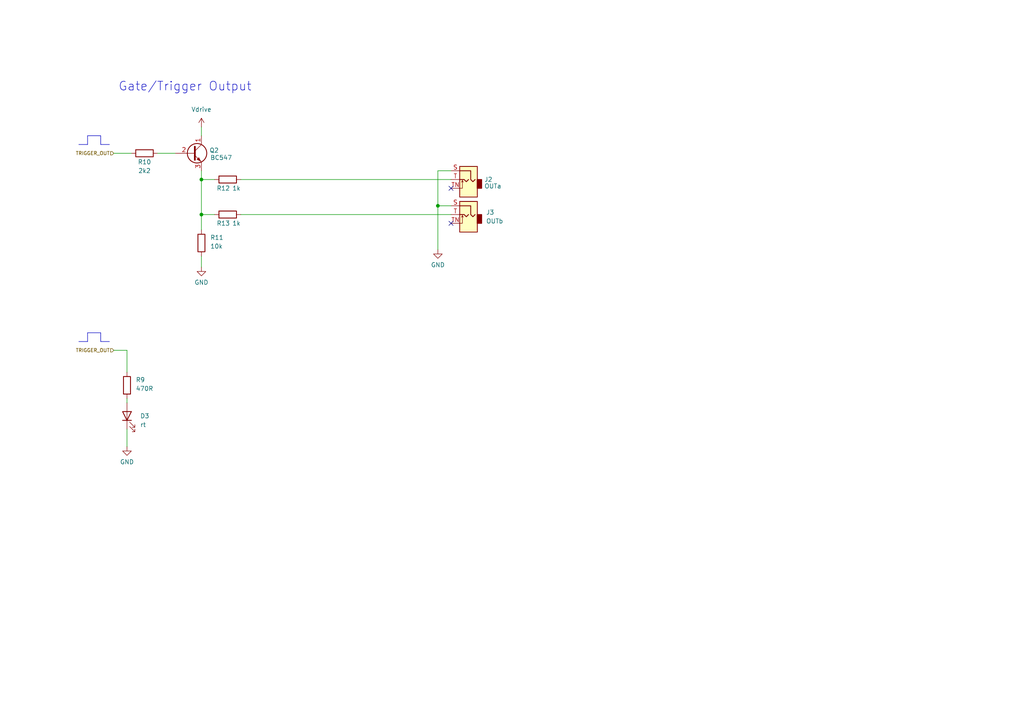
<source format=kicad_sch>
(kicad_sch (version 20230121) (generator eeschema)
  (paper "A4")
  (title_block (title "Manual Gate/Trigger Source") (rev "1") (company "moPsy"))
  (lib_symbols
    (symbol "Connector:AudioJack2_Ground_SwitchT"
      (property "Reference" "J?" (at -0.635 8.89 0))
      (property "Value" "IN1" (at -0.635 6.35 0))
      (symbol "AudioJack2_Ground_SwitchT_0_1"
        (rectangle (start -2.54 0) (end -3.81 -2.54) (stroke (width 0.254)) (fill (type outline)))
        (polyline (pts (xy 1.778 -0.254) (xy 2.032 -0.762)))
        (polyline (pts (xy 0 0) (xy 0.635 -0.635) (xy 1.27 0) (xy 2.54 0)) (stroke (width 0.254)))
        (polyline (pts (xy 2.54 -2.54) (xy 1.778 -2.54) (xy 1.778 -0.254) (xy 1.524 -0.762)))
        (polyline (pts (xy 2.54 2.54) (xy -0.635 2.54) (xy -0.635 0) (xy -1.27 -0.635) (xy -1.905 0)) (stroke (width 0.254)))
        (rectangle (start 2.54 3.81) (end -2.54 -5.08) (stroke (width 0.254)) (fill (type background)))
      )
      (symbol "AudioJack2_Ground_SwitchT_1_1"
        (pin passive line (at 5.08 2.54 180) (length 2.54) (name "~") (number "S"))
        (pin passive line (at 5.08 0 180) (length 2.54) (name "~") (number "T"))
        (pin passive line (at 5.08 -2.54 180) (length 2.54) (name "~") (number "TN"))
      )
    )
    (symbol "Device:LED" (pin_numbers hide) (pin_names (offset 1.016) hide)
      (property "Reference" "D" (at 0 2.54 0))
      (property "Value" "LED" (at 0 -2.54 0))
      (symbol "LED_0_1"
        (polyline (pts (xy -1.27 -1.27) (xy -1.27 1.27)) (stroke (width 0.254)))
        (polyline (pts (xy -1.27 0) (xy 1.27 0)))
        (polyline (pts (xy 1.27 -1.27) (xy 1.27 1.27) (xy -1.27 0) (xy 1.27 -1.27)) (stroke (width 0.254)))
        (polyline (pts (xy -3.048 -0.762) (xy -4.572 -2.286) (xy -3.81 -2.286) (xy -4.572 -2.286) (xy -4.572 -1.524)))
        (polyline (pts (xy -1.778 -0.762) (xy -3.302 -2.286) (xy -2.54 -2.286) (xy -3.302 -2.286) (xy -3.302 -1.524)))
      )
      (symbol "LED_1_1"
        (pin passive line (at -3.81 0 0) (length 2.54) (name "K") (number "1"))
        (pin passive line (at 3.81 0 180) (length 2.54) (name "A") (number "2"))
      )
    )
    (symbol "Device:R" (pin_numbers hide) (pin_names (offset 0))
      (property "Reference" "R" (at 2.032 0 90))
      (property "Value" "R" (at 0 0 90))
      (symbol "R_0_1"
        (rectangle (start -1.016 -2.54) (end 1.016 2.54) (stroke (width 0.254)))
      )
      (symbol "R_1_1"
        (pin passive line (at 0 3.81 270) (length 1.27) (name "~") (number "1"))
        (pin passive line (at 0 -3.81 90) (length 1.27) (name "~") (number "2"))
      )
    )
    (symbol "Transistor_BJT:BC547" (pin_names (offset 0) hide)
      (property "Reference" "Q" (at 5.08 1.905 0))
      (property "Value" "BC547" (at 5.08 0 0))
      (symbol "BC547_0_1"
        (polyline (pts (xy 0 0) (xy 0.635 0)))
        (polyline (pts (xy 0.635 0.635) (xy 2.54 2.54)))
        (polyline (pts (xy 0.635 -0.635) (xy 2.54 -2.54) (xy 2.54 -2.54)))
        (polyline (pts (xy 0.635 1.905) (xy 0.635 -1.905) (xy 0.635 -1.905)) (stroke (width 0.508)))
        (polyline (pts (xy 1.27 -1.778) (xy 1.778 -1.27) (xy 2.286 -2.286) (xy 1.27 -1.778) (xy 1.27 -1.778)) (fill (type outline)))
        (circle (center 1.27 0) (radius 2.8194) (stroke (width 0.254)))
      )
      (symbol "BC547_1_1"
        (pin passive line (at 2.54 5.08 270) (length 2.54) (name "C") (number "1"))
        (pin input line (at -5.08 0 0) (length 5.08) (name "B") (number "2"))
        (pin passive line (at 2.54 -5.08 90) (length 2.54) (name "E") (number "3"))
      )
    )
    (symbol "power:GND" (power) (pin_names (offset 0))
      (property "Value" "GND" (at 0 -3.81 0))
      (symbol "GND_0_1"
        (polyline (pts (xy 0 0) (xy 0 -1.27) (xy 1.27 -1.27) (xy 0 -2.54) (xy -1.27 -1.27) (xy 0 -1.27)))
      )
      (symbol "GND_1_1"
        (pin power_in line (at 0 0 270) (length 0) hide (name "GND") (number "1"))
      )
    )
    (symbol "power:Vdrive" (power) (pin_names (offset 0))
      (property "Value" "Vdrive" (at 0 3.81 0))
      (symbol "Vdrive_0_1"
        (polyline (pts (xy -0.762 1.27) (xy 0 2.54)))
        (polyline (pts (xy 0 0) (xy 0 2.54)))
        (polyline (pts (xy 0 2.54) (xy 0.762 1.27)))
      )
      (symbol "Vdrive_1_1"
        (pin power_in line (at 0 0 90) (length 0) hide (name "Vdrive") (number "1"))
      )
    )
  )
  (junction (at 127 59.69))
  (junction (at 58.42 52.07))
  (junction (at 58.42 62.23))
  (no_connect (at 130.81 64.77))
  (no_connect (at 130.81 54.61))
  (polyline (pts (xy 25.4 39.37) (xy 25.4 41.91)) (stroke (width 0) (type solid)))
  (polyline (pts (xy 31.75 41.91) (xy 29.21 41.91)) (stroke (width 0) (type solid)))
  (wire (pts (xy 33.02 101.6) (xy 36.83 101.6)))
  (polyline (pts (xy 29.21 99.06) (xy 29.21 96.52)) (stroke (width 0) (type solid)))
  (wire (pts (xy 130.81 49.53) (xy 127 49.53)))
  (polyline (pts (xy 31.75 99.06) (xy 29.21 99.06)) (stroke (width 0) (type solid)))
  (polyline (pts (xy 25.4 41.91) (xy 22.86 41.91)) (stroke (width 0) (type solid)))
  (wire (pts (xy 69.85 62.23) (xy 130.81 62.23)))
  (wire (pts (xy 58.42 74.295) (xy 58.42 77.47)))
  (wire (pts (xy 58.42 62.23) (xy 62.23 62.23)))
  (wire (pts (xy 69.85 52.07) (xy 130.81 52.07)))
  (wire (pts (xy 36.83 115.57) (xy 36.83 116.84)))
  (wire (pts (xy 127 59.69) (xy 130.81 59.69)))
  (wire (pts (xy 58.42 36.83) (xy 58.42 39.37)))
  (wire (pts (xy 127 49.53) (xy 127 59.69)))
  (polyline (pts (xy 25.4 96.52) (xy 25.4 99.06)) (stroke (width 0) (type solid)))
  (wire (pts (xy 58.42 52.07) (xy 62.23 52.07)))
  (wire (pts (xy 127 59.69) (xy 127 72.39)))
  (wire (pts (xy 45.72 44.45) (xy 50.8 44.45)))
  (polyline (pts (xy 25.4 99.06) (xy 22.86 99.06)) (stroke (width 0) (type solid)))
  (wire (pts (xy 58.42 49.53) (xy 58.42 52.07)))
  (wire (pts (xy 36.83 101.6) (xy 36.83 107.95)))
  (wire (pts (xy 33.02 44.45) (xy 38.1 44.45)))
  (polyline (pts (xy 29.21 41.91) (xy 29.21 39.37)) (stroke (width 0) (type solid)))
  (polyline (pts (xy 29.21 39.37) (xy 25.4 39.37)) (stroke (width 0) (type solid)))
  (wire (pts (xy 58.42 52.07) (xy 58.42 62.23)))
  (wire (pts (xy 36.83 124.46) (xy 36.83 129.54)))
  (polyline (pts (xy 29.21 96.52) (xy 25.4 96.52)) (stroke (width 0) (type solid)))
  (wire (pts (xy 58.42 62.23) (xy 58.42 66.675)))
  (text "Gate/Trigger Output" (at 34.29 26.67 0) (effects (font (size 2.54 2.54)) (justify left bottom)))
  (hierarchical_label "TRIGGER_OUT" (shape input) (at 33.02 101.6 180) (effects (font (size 1 1))))
  (hierarchical_label "TRIGGER_OUT" (shape input) (at 33.02 44.45 180) (effects (font (size 1 1))))
  (symbol (lib_id "Connector:AudioJack2_Ground_SwitchT") (at 135.89 52.07 0) (mirror y) (unit 1)
    (property "Reference" "J2" (at 140.462 52.0613 0) (effects (justify right)))
    (property "Value" "OUTa" (at 140.462 53.9823 0) (effects (justify right)))
    (property "Footprint" "moPsy:Jack_3.5mm_QingPu_WQP-PJ398SM_Vertical_CircularHoles_Centered" (effects hide))
    (instances (project "manual-gate-trigger-source" (path "" (reference "J2") (unit 1)) (path "" (reference "J4") (unit 1)) (path "" (reference "J6") (unit 1)) (path "" (reference "J8") (unit 1))))
  )
  (symbol (lib_id "Device:R") (at 58.42 70.485 180) (unit 1)
    (property "Reference" "R11" (at 60.96 68.8975 0) (effects (justify right)))
    (property "Value" "10k" (at 60.96 71.4375 0) (effects (justify right)))
    (property "Footprint" "Resistor_THT:R_Axial_DIN0207_L6.3mm_D2.5mm_P7.62mm_Horizontal" (effects hide))
    (instances (project "manual-gate-trigger-source" (path "" (reference "R11") (unit 1)) (path "" (reference "R16") (unit 1)) (path "" (reference "R21") (unit 1)) (path "" (reference "R26") (unit 1))))
  )
  (symbol (lib_id "Transistor_BJT:BC547") (at 55.88 44.45 0) (unit 1)
    (property "Reference" "Q2" (at 60.7314 43.6153 0) (effects (justify left)))
    (property "Value" "BC547" (at 60.96 45.72 0) (effects (justify left)))
    (property "Footprint" "Package_TO_SOT_THT:TO-92_Inline" (effects hide))
    (property "Datasheet" "https://www.onsemi.com/pub/Collateral/BC550-D.pdf" (effects hide))
    (instances (project "manual-gate-trigger-source" (path "" (reference "Q2") (unit 1)) (path "" (reference "Q3") (unit 1)) (path "" (reference "Q4") (unit 1)) (path "" (reference "Q5") (unit 1))))
  )
  (symbol (lib_id "Device:R") (at 41.91 44.45 90) (unit 1)
    (property "Reference" "R10" (at 41.91 46.99 90))
    (property "Value" "2k2" (at 41.91 49.53 90))
    (property "Footprint" "Resistor_THT:R_Axial_DIN0207_L6.3mm_D2.5mm_P7.62mm_Horizontal" (effects hide))
    (instances (project "manual-gate-trigger-source" (path "" (reference "R10") (unit 1)) (path "" (reference "R15") (unit 1)) (path "" (reference "R20") (unit 1)) (path "" (reference "R25") (unit 1))))
  )
  (symbol (lib_id "Device:R") (at 66.04 62.23 90) (unit 1)
    (property "Reference" "R13" (at 64.77 64.77 90))
    (property "Value" "1k" (at 68.58 64.77 90))
    (property "Footprint" "Resistor_THT:R_Axial_DIN0207_L6.3mm_D2.5mm_P7.62mm_Horizontal" (effects hide))
    (instances (project "manual-gate-trigger-source" (path "" (reference "R13") (unit 1)) (path "" (reference "R18") (unit 1)) (path "" (reference "R23") (unit 1)) (path "" (reference "R28") (unit 1))))
  )
  (symbol (lib_id "Device:R") (at 36.83 111.76 180) (unit 1)
    (property "Reference" "R9" (at 39.37 110.1725 0) (effects (justify right)))
    (property "Value" "470R" (at 39.37 112.7125 0) (effects (justify right)))
    (property "Footprint" "Resistor_THT:R_Axial_DIN0207_L6.3mm_D2.5mm_P7.62mm_Horizontal" (effects hide))
    (instances (project "manual-gate-trigger-source" (path "" (reference "R9") (unit 1)) (path "" (reference "R14") (unit 1)) (path "" (reference "R19") (unit 1)) (path "" (reference "R24") (unit 1))))
  )
  (symbol (lib_id "power:GND") (at 58.42 77.47 0) (unit 1)
    (property "Reference" "#PWR013" (effects hide))
    (property "Value" "GND" (at 58.42 81.9134 0))
    (instances (project "manual-gate-trigger-source" (path "" (reference "#PWR013") (unit 1)) (path "" (reference "#PWR017") (unit 1)) (path "" (reference "#PWR021") (unit 1)) (path "" (reference "#PWR025") (unit 1))))
  )
  (symbol (lib_id "power:GND") (at 127 72.39 0) (unit 1)
    (property "Reference" "#PWR014" (effects hide))
    (property "Value" "GND" (at 127 76.8334 0))
    (instances (project "manual-gate-trigger-source" (path "" (reference "#PWR014") (unit 1)) (path "" (reference "#PWR018") (unit 1)) (path "" (reference "#PWR022") (unit 1)) (path "" (reference "#PWR026") (unit 1))))
  )
  (symbol (lib_id "power:Vdrive") (at 58.42 36.83 0) (unit 1)
    (property "Reference" "#PWR012" (effects hide))
    (property "Value" "Vdrive" (at 58.42 31.75 0))
    (instances (project "manual-gate-trigger-source" (path "" (reference "#PWR012") (unit 1)) (path "" (reference "#PWR016") (unit 1)) (path "" (reference "#PWR020") (unit 1)) (path "" (reference "#PWR024") (unit 1))))
  )
  (symbol (lib_id "Connector:AudioJack2_Ground_SwitchT") (at 135.89 62.23 0) (mirror y) (unit 1)
    (property "Reference" "J3" (at 140.97 61.5949 0) (effects (justify right)))
    (property "Value" "OUTb" (at 140.97 64.1349 0) (effects (justify right)))
    (property "Footprint" "moPsy:Jack_3.5mm_QingPu_WQP-PJ398SM_Vertical_CircularHoles_Centered" (effects hide))
    (instances (project "manual-gate-trigger-source" (path "" (reference "J3") (unit 1)) (path "" (reference "J5") (unit 1)) (path "" (reference "J7") (unit 1)) (path "" (reference "J9") (unit 1))))
  )
  (symbol (lib_id "Device:LED") (at 36.83 120.65 90) (unit 1)
    (property "Reference" "D3" (at 40.64 120.65 90) (effects (justify right)))
    (property "Value" "rt" (at 40.64 123.19 90) (effects (justify right)))
    (property "Footprint" "LED_THT:LED_D3.0mm" (effects hide))
    (instances (project "manual-gate-trigger-source" (path "" (reference "D3") (unit 1)) (path "" (reference "D4") (unit 1)) (path "" (reference "D5") (unit 1)) (path "" (reference "D6") (unit 1))))
  )
  (symbol (lib_id "Device:R") (at 66.04 52.07 90) (unit 1)
    (property "Reference" "R12" (at 64.77 54.61 90))
    (property "Value" "1k" (at 68.58 54.61 90))
    (property "Footprint" "Resistor_THT:R_Axial_DIN0207_L6.3mm_D2.5mm_P7.62mm_Horizontal" (effects hide))
    (instances (project "manual-gate-trigger-source" (path "" (reference "R12") (unit 1)) (path "" (reference "R17") (unit 1)) (path "" (reference "R22") (unit 1)) (path "" (reference "R27") (unit 1))))
  )
  (symbol (lib_id "power:GND") (at 36.83 129.54 0) (unit 1)
    (property "Reference" "#PWR011" (effects hide))
    (property "Value" "GND" (at 36.83 133.9834 0))
    (instances (project "manual-gate-trigger-source" (path "" (reference "#PWR011") (unit 1)) (path "" (reference "#PWR015") (unit 1)) (path "" (reference "#PWR019") (unit 1)) (path "" (reference "#PWR023") (unit 1))))
  )
)
</source>
